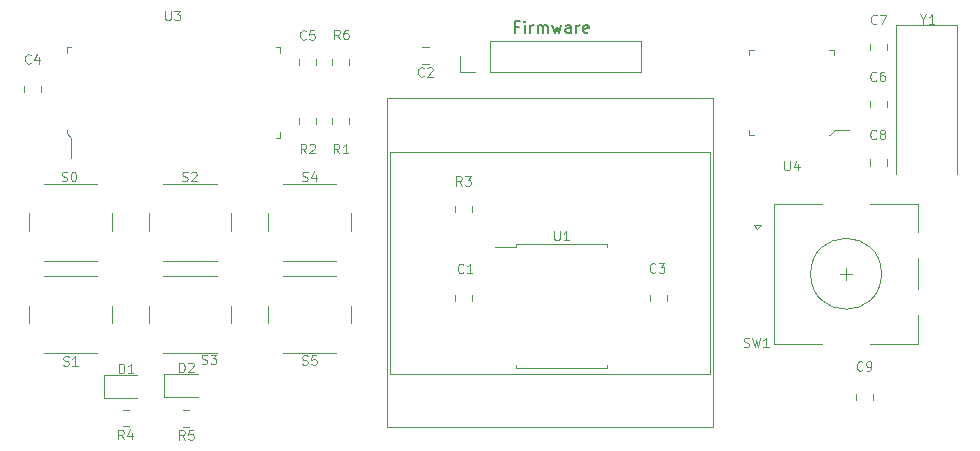
<source format=gbr>
G04 #@! TF.GenerationSoftware,KiCad,Pcbnew,(5.1.7)-1*
G04 #@! TF.CreationDate,2020-11-03T16:32:40+01:00*
G04 #@! TF.ProjectId,Timer,54696d65-722e-46b6-9963-61645f706362,rev?*
G04 #@! TF.SameCoordinates,Original*
G04 #@! TF.FileFunction,Legend,Top*
G04 #@! TF.FilePolarity,Positive*
%FSLAX46Y46*%
G04 Gerber Fmt 4.6, Leading zero omitted, Abs format (unit mm)*
G04 Created by KiCad (PCBNEW (5.1.7)-1) date 2020-11-03 16:32:40*
%MOMM*%
%LPD*%
G01*
G04 APERTURE LIST*
%ADD10C,0.150000*%
%ADD11C,0.100000*%
%ADD12C,0.120000*%
G04 APERTURE END LIST*
D10*
X153170285Y-63276171D02*
X152836952Y-63276171D01*
X152836952Y-63799980D02*
X152836952Y-62799980D01*
X153313142Y-62799980D01*
X153694095Y-63799980D02*
X153694095Y-63133314D01*
X153694095Y-62799980D02*
X153646476Y-62847600D01*
X153694095Y-62895219D01*
X153741714Y-62847600D01*
X153694095Y-62799980D01*
X153694095Y-62895219D01*
X154170285Y-63799980D02*
X154170285Y-63133314D01*
X154170285Y-63323790D02*
X154217904Y-63228552D01*
X154265523Y-63180933D01*
X154360761Y-63133314D01*
X154456000Y-63133314D01*
X154789333Y-63799980D02*
X154789333Y-63133314D01*
X154789333Y-63228552D02*
X154836952Y-63180933D01*
X154932190Y-63133314D01*
X155075047Y-63133314D01*
X155170285Y-63180933D01*
X155217904Y-63276171D01*
X155217904Y-63799980D01*
X155217904Y-63276171D02*
X155265523Y-63180933D01*
X155360761Y-63133314D01*
X155503619Y-63133314D01*
X155598857Y-63180933D01*
X155646476Y-63276171D01*
X155646476Y-63799980D01*
X156027428Y-63133314D02*
X156217904Y-63799980D01*
X156408380Y-63323790D01*
X156598857Y-63799980D01*
X156789333Y-63133314D01*
X157598857Y-63799980D02*
X157598857Y-63276171D01*
X157551238Y-63180933D01*
X157456000Y-63133314D01*
X157265523Y-63133314D01*
X157170285Y-63180933D01*
X157598857Y-63752361D02*
X157503619Y-63799980D01*
X157265523Y-63799980D01*
X157170285Y-63752361D01*
X157122666Y-63657123D01*
X157122666Y-63561885D01*
X157170285Y-63466647D01*
X157265523Y-63419028D01*
X157503619Y-63419028D01*
X157598857Y-63371409D01*
X158075047Y-63799980D02*
X158075047Y-63133314D01*
X158075047Y-63323790D02*
X158122666Y-63228552D01*
X158170285Y-63180933D01*
X158265523Y-63133314D01*
X158360761Y-63133314D01*
X159075047Y-63752361D02*
X158979809Y-63799980D01*
X158789333Y-63799980D01*
X158694095Y-63752361D01*
X158646476Y-63657123D01*
X158646476Y-63276171D01*
X158694095Y-63180933D01*
X158789333Y-63133314D01*
X158979809Y-63133314D01*
X159075047Y-63180933D01*
X159122666Y-63276171D01*
X159122666Y-63371409D01*
X158646476Y-63466647D01*
D11*
X179426000Y-72434000D02*
X179526000Y-72434000D01*
X179526000Y-72434000D02*
X179876000Y-72084000D01*
X179876000Y-72084000D02*
X179876000Y-71984000D01*
X179876000Y-71984000D02*
X181176000Y-71984000D01*
X172676000Y-72434000D02*
X173126000Y-72434000D01*
X172676000Y-72434000D02*
X172676000Y-71984000D01*
X172676000Y-65234000D02*
X172676000Y-65684000D01*
X172676000Y-65234000D02*
X173126000Y-65234000D01*
X179876000Y-65234000D02*
X179426000Y-65234000D01*
X179876000Y-65234000D02*
X179876000Y-65684000D01*
D12*
X156818600Y-92160000D02*
X160678600Y-92160000D01*
X160678600Y-92160000D02*
X160678600Y-91905000D01*
X156818600Y-92160000D02*
X152958600Y-92160000D01*
X152958600Y-92160000D02*
X152958600Y-91905000D01*
X156818600Y-81640000D02*
X160678600Y-81640000D01*
X160678600Y-81640000D02*
X160678600Y-81895000D01*
X156818600Y-81640000D02*
X152958600Y-81640000D01*
X152958600Y-81640000D02*
X152958600Y-81895000D01*
X152958600Y-81895000D02*
X151143600Y-81895000D01*
X181763600Y-94859852D02*
X181763600Y-94337348D01*
X183183600Y-94859852D02*
X183183600Y-94337348D01*
X165703600Y-85988148D02*
X165703600Y-86510652D01*
X164283600Y-85988148D02*
X164283600Y-86510652D01*
X125261252Y-95740000D02*
X124738748Y-95740000D01*
X125261252Y-97160000D02*
X124738748Y-97160000D01*
X120161252Y-95690000D02*
X119638748Y-95690000D01*
X120161252Y-97110000D02*
X119638748Y-97110000D01*
X123140000Y-94610000D02*
X126000000Y-94610000D01*
X123140000Y-92690000D02*
X123140000Y-94610000D01*
X126000000Y-92690000D02*
X123140000Y-92690000D01*
X118040000Y-94710000D02*
X120900000Y-94710000D01*
X118040000Y-92790000D02*
X118040000Y-94710000D01*
X120900000Y-92790000D02*
X118040000Y-92790000D01*
X131968000Y-86902000D02*
X131968000Y-88402000D01*
X133218000Y-90902000D02*
X137718000Y-90902000D01*
X138968000Y-88402000D02*
X138968000Y-86902000D01*
X137718000Y-84402000D02*
X133218000Y-84402000D01*
X121857000Y-86902000D02*
X121857000Y-88402000D01*
X123107000Y-90902000D02*
X127607000Y-90902000D01*
X128857000Y-88402000D02*
X128857000Y-86902000D01*
X127607000Y-84402000D02*
X123107000Y-84402000D01*
X111746000Y-86902000D02*
X111746000Y-88402000D01*
X112996000Y-90902000D02*
X117496000Y-90902000D01*
X118746000Y-88402000D02*
X118746000Y-86902000D01*
X117496000Y-84402000D02*
X112996000Y-84402000D01*
X131968000Y-79080000D02*
X131968000Y-80580000D01*
X133218000Y-83080000D02*
X137718000Y-83080000D01*
X138968000Y-80580000D02*
X138968000Y-79080000D01*
X137718000Y-76580000D02*
X133218000Y-76580000D01*
X121857000Y-79080000D02*
X121857000Y-80580000D01*
X123107000Y-83080000D02*
X127607000Y-83080000D01*
X128857000Y-80580000D02*
X128857000Y-79080000D01*
X127607000Y-76580000D02*
X123107000Y-76580000D01*
X111746000Y-79080000D02*
X111746000Y-80580000D01*
X112996000Y-83080000D02*
X117496000Y-83080000D01*
X118746000Y-80580000D02*
X118746000Y-79080000D01*
X117496000Y-76580000D02*
X112996000Y-76580000D01*
X185156000Y-63150000D02*
X185156000Y-75750000D01*
X190256000Y-63150000D02*
X185156000Y-63150000D01*
X190256000Y-75750000D02*
X190256000Y-63150000D01*
D11*
X115302000Y-72684000D02*
X115302000Y-74384000D01*
X114902000Y-64984000D02*
X114902000Y-65484000D01*
X114902000Y-64984000D02*
X115302000Y-64984000D01*
X133002000Y-64984000D02*
X133002000Y-65484000D01*
X133002000Y-64984000D02*
X132602000Y-64984000D01*
X133002000Y-72684000D02*
X133002000Y-72184000D01*
X133002000Y-72684000D02*
X132602000Y-72684000D01*
X114902000Y-72284000D02*
X114902000Y-72034000D01*
X115302000Y-72684000D02*
X114902000Y-72284000D01*
D12*
X142343600Y-92650000D02*
X169343600Y-92650000D01*
X142043600Y-97150000D02*
X169643600Y-97150000D01*
X169643600Y-69350000D02*
X169643600Y-97150000D01*
X142043600Y-69350000D02*
X169643600Y-69350000D01*
X142043600Y-69350000D02*
X142043600Y-97150000D01*
X142293600Y-73850000D02*
X142293600Y-92650000D01*
X169343600Y-73850000D02*
X169343600Y-92650000D01*
X142343600Y-73850000D02*
X169343600Y-73850000D01*
X183900000Y-84200000D02*
G75*
G03*
X183900000Y-84200000I-3000000J0D01*
G01*
X182900000Y-78300000D02*
X187000000Y-78300000D01*
X187000000Y-90100000D02*
X182900000Y-90100000D01*
X178900000Y-90100000D02*
X174800000Y-90100000D01*
X178900000Y-78300000D02*
X174800000Y-78300000D01*
X174800000Y-78300000D02*
X174800000Y-90100000D01*
X173400000Y-80400000D02*
X173100000Y-80100000D01*
X173100000Y-80100000D02*
X173700000Y-80100000D01*
X173700000Y-80100000D02*
X173400000Y-80400000D01*
X187000000Y-78300000D02*
X187000000Y-80700000D01*
X187000000Y-82900000D02*
X187000000Y-85500000D01*
X187000000Y-87700000D02*
X187000000Y-90100000D01*
X180900000Y-83700000D02*
X180900000Y-84700000D01*
X180400000Y-84200000D02*
X181400000Y-84200000D01*
X138835200Y-66504452D02*
X138835200Y-65981948D01*
X137415200Y-66504452D02*
X137415200Y-65981948D01*
X137415200Y-71011148D02*
X137415200Y-71533652D01*
X138835200Y-71011148D02*
X138835200Y-71533652D01*
X134621200Y-71011148D02*
X134621200Y-71533652D01*
X136041200Y-71011148D02*
X136041200Y-71533652D01*
X149249200Y-78950452D02*
X149249200Y-78427948D01*
X147829200Y-78950452D02*
X147829200Y-78427948D01*
X148174400Y-67116000D02*
X148174400Y-65786000D01*
X149504400Y-67116000D02*
X148174400Y-67116000D01*
X150774400Y-67116000D02*
X150774400Y-64456000D01*
X150774400Y-64456000D02*
X163534400Y-64456000D01*
X150774400Y-67116000D02*
X163534400Y-67116000D01*
X163534400Y-67116000D02*
X163534400Y-64456000D01*
X182932000Y-74516348D02*
X182932000Y-75038852D01*
X184352000Y-74516348D02*
X184352000Y-75038852D01*
X182932000Y-64762748D02*
X182932000Y-65285252D01*
X184352000Y-64762748D02*
X184352000Y-65285252D01*
X184352000Y-70111252D02*
X184352000Y-69588748D01*
X182932000Y-70111252D02*
X182932000Y-69588748D01*
X136041200Y-66504452D02*
X136041200Y-65981948D01*
X134621200Y-66504452D02*
X134621200Y-65981948D01*
X112724000Y-68841252D02*
X112724000Y-68318748D01*
X111304000Y-68841252D02*
X111304000Y-68318748D01*
X147829200Y-85988148D02*
X147829200Y-86510652D01*
X149249200Y-85988148D02*
X149249200Y-86510652D01*
X145549252Y-65025200D02*
X145026748Y-65025200D01*
X145549252Y-66445200D02*
X145026748Y-66445200D01*
D11*
X175666476Y-74645904D02*
X175666476Y-75293523D01*
X175704571Y-75369714D01*
X175742666Y-75407809D01*
X175818857Y-75445904D01*
X175971238Y-75445904D01*
X176047428Y-75407809D01*
X176085523Y-75369714D01*
X176123619Y-75293523D01*
X176123619Y-74645904D01*
X176847428Y-74912571D02*
X176847428Y-75445904D01*
X176656952Y-74607809D02*
X176466476Y-75179238D01*
X176961714Y-75179238D01*
X156184076Y-80561904D02*
X156184076Y-81209523D01*
X156222171Y-81285714D01*
X156260266Y-81323809D01*
X156336457Y-81361904D01*
X156488838Y-81361904D01*
X156565028Y-81323809D01*
X156603123Y-81285714D01*
X156641219Y-81209523D01*
X156641219Y-80561904D01*
X157441219Y-81361904D02*
X156984076Y-81361904D01*
X157212647Y-81361904D02*
X157212647Y-80561904D01*
X157136457Y-80676190D01*
X157060266Y-80752380D01*
X156984076Y-80790476D01*
X182289466Y-92335314D02*
X182251371Y-92373409D01*
X182137085Y-92411504D01*
X182060895Y-92411504D01*
X181946609Y-92373409D01*
X181870419Y-92297219D01*
X181832323Y-92221028D01*
X181794228Y-92068647D01*
X181794228Y-91954361D01*
X181832323Y-91801980D01*
X181870419Y-91725790D01*
X181946609Y-91649600D01*
X182060895Y-91611504D01*
X182137085Y-91611504D01*
X182251371Y-91649600D01*
X182289466Y-91687695D01*
X182670419Y-92411504D02*
X182822800Y-92411504D01*
X182898990Y-92373409D01*
X182937085Y-92335314D01*
X183013276Y-92221028D01*
X183051371Y-92068647D01*
X183051371Y-91763885D01*
X183013276Y-91687695D01*
X182975180Y-91649600D01*
X182898990Y-91611504D01*
X182746609Y-91611504D01*
X182670419Y-91649600D01*
X182632323Y-91687695D01*
X182594228Y-91763885D01*
X182594228Y-91954361D01*
X182632323Y-92030552D01*
X182670419Y-92068647D01*
X182746609Y-92106742D01*
X182898990Y-92106742D01*
X182975180Y-92068647D01*
X183013276Y-92030552D01*
X183051371Y-91954361D01*
X164760266Y-84035114D02*
X164722171Y-84073209D01*
X164607885Y-84111304D01*
X164531695Y-84111304D01*
X164417409Y-84073209D01*
X164341219Y-83997019D01*
X164303123Y-83920828D01*
X164265028Y-83768447D01*
X164265028Y-83654161D01*
X164303123Y-83501780D01*
X164341219Y-83425590D01*
X164417409Y-83349400D01*
X164531695Y-83311304D01*
X164607885Y-83311304D01*
X164722171Y-83349400D01*
X164760266Y-83387495D01*
X165026933Y-83311304D02*
X165522171Y-83311304D01*
X165255504Y-83616066D01*
X165369790Y-83616066D01*
X165445980Y-83654161D01*
X165484076Y-83692257D01*
X165522171Y-83768447D01*
X165522171Y-83958923D01*
X165484076Y-84035114D01*
X165445980Y-84073209D01*
X165369790Y-84111304D01*
X165141219Y-84111304D01*
X165065028Y-84073209D01*
X165026933Y-84035114D01*
X124916666Y-98240104D02*
X124650000Y-97859152D01*
X124459523Y-98240104D02*
X124459523Y-97440104D01*
X124764285Y-97440104D01*
X124840476Y-97478200D01*
X124878571Y-97516295D01*
X124916666Y-97592485D01*
X124916666Y-97706771D01*
X124878571Y-97782961D01*
X124840476Y-97821057D01*
X124764285Y-97859152D01*
X124459523Y-97859152D01*
X125640476Y-97440104D02*
X125259523Y-97440104D01*
X125221428Y-97821057D01*
X125259523Y-97782961D01*
X125335714Y-97744866D01*
X125526190Y-97744866D01*
X125602380Y-97782961D01*
X125640476Y-97821057D01*
X125678571Y-97897247D01*
X125678571Y-98087723D01*
X125640476Y-98163914D01*
X125602380Y-98202009D01*
X125526190Y-98240104D01*
X125335714Y-98240104D01*
X125259523Y-98202009D01*
X125221428Y-98163914D01*
X119754666Y-98202704D02*
X119488000Y-97821752D01*
X119297523Y-98202704D02*
X119297523Y-97402704D01*
X119602285Y-97402704D01*
X119678476Y-97440800D01*
X119716571Y-97478895D01*
X119754666Y-97555085D01*
X119754666Y-97669371D01*
X119716571Y-97745561D01*
X119678476Y-97783657D01*
X119602285Y-97821752D01*
X119297523Y-97821752D01*
X120440380Y-97669371D02*
X120440380Y-98202704D01*
X120249904Y-97364609D02*
X120059428Y-97936038D01*
X120554666Y-97936038D01*
X124459523Y-92513104D02*
X124459523Y-91713104D01*
X124650000Y-91713104D01*
X124764285Y-91751200D01*
X124840476Y-91827390D01*
X124878571Y-91903580D01*
X124916666Y-92055961D01*
X124916666Y-92170247D01*
X124878571Y-92322628D01*
X124840476Y-92398819D01*
X124764285Y-92475009D01*
X124650000Y-92513104D01*
X124459523Y-92513104D01*
X125221428Y-91789295D02*
X125259523Y-91751200D01*
X125335714Y-91713104D01*
X125526190Y-91713104D01*
X125602380Y-91751200D01*
X125640476Y-91789295D01*
X125678571Y-91865485D01*
X125678571Y-91941676D01*
X125640476Y-92055961D01*
X125183333Y-92513104D01*
X125678571Y-92513104D01*
X119348323Y-92614704D02*
X119348323Y-91814704D01*
X119538800Y-91814704D01*
X119653085Y-91852800D01*
X119729276Y-91928990D01*
X119767371Y-92005180D01*
X119805466Y-92157561D01*
X119805466Y-92271847D01*
X119767371Y-92424228D01*
X119729276Y-92500419D01*
X119653085Y-92576609D01*
X119538800Y-92614704D01*
X119348323Y-92614704D01*
X120567371Y-92614704D02*
X120110228Y-92614704D01*
X120338800Y-92614704D02*
X120338800Y-91814704D01*
X120262609Y-91928990D01*
X120186419Y-92005180D01*
X120110228Y-92043276D01*
X134858476Y-91873809D02*
X134972761Y-91911904D01*
X135163238Y-91911904D01*
X135239428Y-91873809D01*
X135277523Y-91835714D01*
X135315619Y-91759523D01*
X135315619Y-91683333D01*
X135277523Y-91607142D01*
X135239428Y-91569047D01*
X135163238Y-91530952D01*
X135010857Y-91492857D01*
X134934666Y-91454761D01*
X134896571Y-91416666D01*
X134858476Y-91340476D01*
X134858476Y-91264285D01*
X134896571Y-91188095D01*
X134934666Y-91150000D01*
X135010857Y-91111904D01*
X135201333Y-91111904D01*
X135315619Y-91150000D01*
X136039428Y-91111904D02*
X135658476Y-91111904D01*
X135620380Y-91492857D01*
X135658476Y-91454761D01*
X135734666Y-91416666D01*
X135925142Y-91416666D01*
X136001333Y-91454761D01*
X136039428Y-91492857D01*
X136077523Y-91569047D01*
X136077523Y-91759523D01*
X136039428Y-91835714D01*
X136001333Y-91873809D01*
X135925142Y-91911904D01*
X135734666Y-91911904D01*
X135658476Y-91873809D01*
X135620380Y-91835714D01*
X126365476Y-91798809D02*
X126479761Y-91836904D01*
X126670238Y-91836904D01*
X126746428Y-91798809D01*
X126784523Y-91760714D01*
X126822619Y-91684523D01*
X126822619Y-91608333D01*
X126784523Y-91532142D01*
X126746428Y-91494047D01*
X126670238Y-91455952D01*
X126517857Y-91417857D01*
X126441666Y-91379761D01*
X126403571Y-91341666D01*
X126365476Y-91265476D01*
X126365476Y-91189285D01*
X126403571Y-91113095D01*
X126441666Y-91075000D01*
X126517857Y-91036904D01*
X126708333Y-91036904D01*
X126822619Y-91075000D01*
X127089285Y-91036904D02*
X127584523Y-91036904D01*
X127317857Y-91341666D01*
X127432142Y-91341666D01*
X127508333Y-91379761D01*
X127546428Y-91417857D01*
X127584523Y-91494047D01*
X127584523Y-91684523D01*
X127546428Y-91760714D01*
X127508333Y-91798809D01*
X127432142Y-91836904D01*
X127203571Y-91836904D01*
X127127380Y-91798809D01*
X127089285Y-91760714D01*
X114636476Y-91923809D02*
X114750761Y-91961904D01*
X114941238Y-91961904D01*
X115017428Y-91923809D01*
X115055523Y-91885714D01*
X115093619Y-91809523D01*
X115093619Y-91733333D01*
X115055523Y-91657142D01*
X115017428Y-91619047D01*
X114941238Y-91580952D01*
X114788857Y-91542857D01*
X114712666Y-91504761D01*
X114674571Y-91466666D01*
X114636476Y-91390476D01*
X114636476Y-91314285D01*
X114674571Y-91238095D01*
X114712666Y-91200000D01*
X114788857Y-91161904D01*
X114979333Y-91161904D01*
X115093619Y-91200000D01*
X115855523Y-91961904D02*
X115398380Y-91961904D01*
X115626952Y-91961904D02*
X115626952Y-91161904D01*
X115550761Y-91276190D01*
X115474571Y-91352380D01*
X115398380Y-91390476D01*
X134858476Y-76323809D02*
X134972761Y-76361904D01*
X135163238Y-76361904D01*
X135239428Y-76323809D01*
X135277523Y-76285714D01*
X135315619Y-76209523D01*
X135315619Y-76133333D01*
X135277523Y-76057142D01*
X135239428Y-76019047D01*
X135163238Y-75980952D01*
X135010857Y-75942857D01*
X134934666Y-75904761D01*
X134896571Y-75866666D01*
X134858476Y-75790476D01*
X134858476Y-75714285D01*
X134896571Y-75638095D01*
X134934666Y-75600000D01*
X135010857Y-75561904D01*
X135201333Y-75561904D01*
X135315619Y-75600000D01*
X136001333Y-75828571D02*
X136001333Y-76361904D01*
X135810857Y-75523809D02*
X135620380Y-76095238D01*
X136115619Y-76095238D01*
X124690476Y-76323809D02*
X124804761Y-76361904D01*
X124995238Y-76361904D01*
X125071428Y-76323809D01*
X125109523Y-76285714D01*
X125147619Y-76209523D01*
X125147619Y-76133333D01*
X125109523Y-76057142D01*
X125071428Y-76019047D01*
X124995238Y-75980952D01*
X124842857Y-75942857D01*
X124766666Y-75904761D01*
X124728571Y-75866666D01*
X124690476Y-75790476D01*
X124690476Y-75714285D01*
X124728571Y-75638095D01*
X124766666Y-75600000D01*
X124842857Y-75561904D01*
X125033333Y-75561904D01*
X125147619Y-75600000D01*
X125452380Y-75638095D02*
X125490476Y-75600000D01*
X125566666Y-75561904D01*
X125757142Y-75561904D01*
X125833333Y-75600000D01*
X125871428Y-75638095D01*
X125909523Y-75714285D01*
X125909523Y-75790476D01*
X125871428Y-75904761D01*
X125414285Y-76361904D01*
X125909523Y-76361904D01*
X114490476Y-76323809D02*
X114604761Y-76361904D01*
X114795238Y-76361904D01*
X114871428Y-76323809D01*
X114909523Y-76285714D01*
X114947619Y-76209523D01*
X114947619Y-76133333D01*
X114909523Y-76057142D01*
X114871428Y-76019047D01*
X114795238Y-75980952D01*
X114642857Y-75942857D01*
X114566666Y-75904761D01*
X114528571Y-75866666D01*
X114490476Y-75790476D01*
X114490476Y-75714285D01*
X114528571Y-75638095D01*
X114566666Y-75600000D01*
X114642857Y-75561904D01*
X114833333Y-75561904D01*
X114947619Y-75600000D01*
X115442857Y-75561904D02*
X115519047Y-75561904D01*
X115595238Y-75600000D01*
X115633333Y-75638095D01*
X115671428Y-75714285D01*
X115709523Y-75866666D01*
X115709523Y-76057142D01*
X115671428Y-76209523D01*
X115633333Y-76285714D01*
X115595238Y-76323809D01*
X115519047Y-76361904D01*
X115442857Y-76361904D01*
X115366666Y-76323809D01*
X115328571Y-76285714D01*
X115290476Y-76209523D01*
X115252380Y-76057142D01*
X115252380Y-75866666D01*
X115290476Y-75714285D01*
X115328571Y-75638095D01*
X115366666Y-75600000D01*
X115442857Y-75561904D01*
X187413047Y-62658952D02*
X187413047Y-63039904D01*
X187146380Y-62239904D02*
X187413047Y-62658952D01*
X187679714Y-62239904D01*
X188365428Y-63039904D02*
X187908285Y-63039904D01*
X188136857Y-63039904D02*
X188136857Y-62239904D01*
X188060666Y-62354190D01*
X187984476Y-62430380D01*
X187908285Y-62468476D01*
X123272476Y-61936904D02*
X123272476Y-62584523D01*
X123310571Y-62660714D01*
X123348666Y-62698809D01*
X123424857Y-62736904D01*
X123577238Y-62736904D01*
X123653428Y-62698809D01*
X123691523Y-62660714D01*
X123729619Y-62584523D01*
X123729619Y-61936904D01*
X124034380Y-61936904D02*
X124529619Y-61936904D01*
X124262952Y-62241666D01*
X124377238Y-62241666D01*
X124453428Y-62279761D01*
X124491523Y-62317857D01*
X124529619Y-62394047D01*
X124529619Y-62584523D01*
X124491523Y-62660714D01*
X124453428Y-62698809D01*
X124377238Y-62736904D01*
X124148666Y-62736904D01*
X124072476Y-62698809D01*
X124034380Y-62660714D01*
X172233333Y-90373809D02*
X172347619Y-90411904D01*
X172538095Y-90411904D01*
X172614285Y-90373809D01*
X172652380Y-90335714D01*
X172690476Y-90259523D01*
X172690476Y-90183333D01*
X172652380Y-90107142D01*
X172614285Y-90069047D01*
X172538095Y-90030952D01*
X172385714Y-89992857D01*
X172309523Y-89954761D01*
X172271428Y-89916666D01*
X172233333Y-89840476D01*
X172233333Y-89764285D01*
X172271428Y-89688095D01*
X172309523Y-89650000D01*
X172385714Y-89611904D01*
X172576190Y-89611904D01*
X172690476Y-89650000D01*
X172957142Y-89611904D02*
X173147619Y-90411904D01*
X173300000Y-89840476D01*
X173452380Y-90411904D01*
X173642857Y-89611904D01*
X174366666Y-90411904D02*
X173909523Y-90411904D01*
X174138095Y-90411904D02*
X174138095Y-89611904D01*
X174061904Y-89726190D01*
X173985714Y-89802380D01*
X173909523Y-89840476D01*
X138042666Y-64319104D02*
X137776000Y-63938152D01*
X137585523Y-64319104D02*
X137585523Y-63519104D01*
X137890285Y-63519104D01*
X137966476Y-63557200D01*
X138004571Y-63595295D01*
X138042666Y-63671485D01*
X138042666Y-63785771D01*
X138004571Y-63861961D01*
X137966476Y-63900057D01*
X137890285Y-63938152D01*
X137585523Y-63938152D01*
X138728380Y-63519104D02*
X138576000Y-63519104D01*
X138499809Y-63557200D01*
X138461714Y-63595295D01*
X138385523Y-63709580D01*
X138347428Y-63861961D01*
X138347428Y-64166723D01*
X138385523Y-64242914D01*
X138423619Y-64281009D01*
X138499809Y-64319104D01*
X138652190Y-64319104D01*
X138728380Y-64281009D01*
X138766476Y-64242914D01*
X138804571Y-64166723D01*
X138804571Y-63976247D01*
X138766476Y-63900057D01*
X138728380Y-63861961D01*
X138652190Y-63823866D01*
X138499809Y-63823866D01*
X138423619Y-63861961D01*
X138385523Y-63900057D01*
X138347428Y-63976247D01*
X137991866Y-74009304D02*
X137725200Y-73628352D01*
X137534723Y-74009304D02*
X137534723Y-73209304D01*
X137839485Y-73209304D01*
X137915676Y-73247400D01*
X137953771Y-73285495D01*
X137991866Y-73361685D01*
X137991866Y-73475971D01*
X137953771Y-73552161D01*
X137915676Y-73590257D01*
X137839485Y-73628352D01*
X137534723Y-73628352D01*
X138753771Y-74009304D02*
X138296628Y-74009304D01*
X138525200Y-74009304D02*
X138525200Y-73209304D01*
X138449009Y-73323590D01*
X138372819Y-73399780D01*
X138296628Y-73437876D01*
X135197866Y-74009304D02*
X134931200Y-73628352D01*
X134740723Y-74009304D02*
X134740723Y-73209304D01*
X135045485Y-73209304D01*
X135121676Y-73247400D01*
X135159771Y-73285495D01*
X135197866Y-73361685D01*
X135197866Y-73475971D01*
X135159771Y-73552161D01*
X135121676Y-73590257D01*
X135045485Y-73628352D01*
X134740723Y-73628352D01*
X135502628Y-73285495D02*
X135540723Y-73247400D01*
X135616914Y-73209304D01*
X135807390Y-73209304D01*
X135883580Y-73247400D01*
X135921676Y-73285495D01*
X135959771Y-73361685D01*
X135959771Y-73437876D01*
X135921676Y-73552161D01*
X135464533Y-74009304D01*
X135959771Y-74009304D01*
X148355866Y-76726104D02*
X148089200Y-76345152D01*
X147898723Y-76726104D02*
X147898723Y-75926104D01*
X148203485Y-75926104D01*
X148279676Y-75964200D01*
X148317771Y-76002295D01*
X148355866Y-76078485D01*
X148355866Y-76192771D01*
X148317771Y-76268961D01*
X148279676Y-76307057D01*
X148203485Y-76345152D01*
X147898723Y-76345152D01*
X148622533Y-75926104D02*
X149117771Y-75926104D01*
X148851104Y-76230866D01*
X148965390Y-76230866D01*
X149041580Y-76268961D01*
X149079676Y-76307057D01*
X149117771Y-76383247D01*
X149117771Y-76573723D01*
X149079676Y-76649914D01*
X149041580Y-76688009D01*
X148965390Y-76726104D01*
X148736819Y-76726104D01*
X148660628Y-76688009D01*
X148622533Y-76649914D01*
X183457866Y-72726514D02*
X183419771Y-72764609D01*
X183305485Y-72802704D01*
X183229295Y-72802704D01*
X183115009Y-72764609D01*
X183038819Y-72688419D01*
X183000723Y-72612228D01*
X182962628Y-72459847D01*
X182962628Y-72345561D01*
X183000723Y-72193180D01*
X183038819Y-72116990D01*
X183115009Y-72040800D01*
X183229295Y-72002704D01*
X183305485Y-72002704D01*
X183419771Y-72040800D01*
X183457866Y-72078895D01*
X183915009Y-72345561D02*
X183838819Y-72307466D01*
X183800723Y-72269371D01*
X183762628Y-72193180D01*
X183762628Y-72155085D01*
X183800723Y-72078895D01*
X183838819Y-72040800D01*
X183915009Y-72002704D01*
X184067390Y-72002704D01*
X184143580Y-72040800D01*
X184181676Y-72078895D01*
X184219771Y-72155085D01*
X184219771Y-72193180D01*
X184181676Y-72269371D01*
X184143580Y-72307466D01*
X184067390Y-72345561D01*
X183915009Y-72345561D01*
X183838819Y-72383657D01*
X183800723Y-72421752D01*
X183762628Y-72497942D01*
X183762628Y-72650323D01*
X183800723Y-72726514D01*
X183838819Y-72764609D01*
X183915009Y-72802704D01*
X184067390Y-72802704D01*
X184143580Y-72764609D01*
X184181676Y-72726514D01*
X184219771Y-72650323D01*
X184219771Y-72497942D01*
X184181676Y-72421752D01*
X184143580Y-72383657D01*
X184067390Y-72345561D01*
X183508666Y-62972914D02*
X183470571Y-63011009D01*
X183356285Y-63049104D01*
X183280095Y-63049104D01*
X183165809Y-63011009D01*
X183089619Y-62934819D01*
X183051523Y-62858628D01*
X183013428Y-62706247D01*
X183013428Y-62591961D01*
X183051523Y-62439580D01*
X183089619Y-62363390D01*
X183165809Y-62287200D01*
X183280095Y-62249104D01*
X183356285Y-62249104D01*
X183470571Y-62287200D01*
X183508666Y-62325295D01*
X183775333Y-62249104D02*
X184308666Y-62249104D01*
X183965809Y-63049104D01*
X183457866Y-67798914D02*
X183419771Y-67837009D01*
X183305485Y-67875104D01*
X183229295Y-67875104D01*
X183115009Y-67837009D01*
X183038819Y-67760819D01*
X183000723Y-67684628D01*
X182962628Y-67532247D01*
X182962628Y-67417961D01*
X183000723Y-67265580D01*
X183038819Y-67189390D01*
X183115009Y-67113200D01*
X183229295Y-67075104D01*
X183305485Y-67075104D01*
X183419771Y-67113200D01*
X183457866Y-67151295D01*
X184143580Y-67075104D02*
X183991200Y-67075104D01*
X183915009Y-67113200D01*
X183876914Y-67151295D01*
X183800723Y-67265580D01*
X183762628Y-67417961D01*
X183762628Y-67722723D01*
X183800723Y-67798914D01*
X183838819Y-67837009D01*
X183915009Y-67875104D01*
X184067390Y-67875104D01*
X184143580Y-67837009D01*
X184181676Y-67798914D01*
X184219771Y-67722723D01*
X184219771Y-67532247D01*
X184181676Y-67456057D01*
X184143580Y-67417961D01*
X184067390Y-67379866D01*
X183915009Y-67379866D01*
X183838819Y-67417961D01*
X183800723Y-67456057D01*
X183762628Y-67532247D01*
X135147066Y-64293714D02*
X135108971Y-64331809D01*
X134994685Y-64369904D01*
X134918495Y-64369904D01*
X134804209Y-64331809D01*
X134728019Y-64255619D01*
X134689923Y-64179428D01*
X134651828Y-64027047D01*
X134651828Y-63912761D01*
X134689923Y-63760380D01*
X134728019Y-63684190D01*
X134804209Y-63608000D01*
X134918495Y-63569904D01*
X134994685Y-63569904D01*
X135108971Y-63608000D01*
X135147066Y-63646095D01*
X135870876Y-63569904D02*
X135489923Y-63569904D01*
X135451828Y-63950857D01*
X135489923Y-63912761D01*
X135566114Y-63874666D01*
X135756590Y-63874666D01*
X135832780Y-63912761D01*
X135870876Y-63950857D01*
X135908971Y-64027047D01*
X135908971Y-64217523D01*
X135870876Y-64293714D01*
X135832780Y-64331809D01*
X135756590Y-64369904D01*
X135566114Y-64369904D01*
X135489923Y-64331809D01*
X135451828Y-64293714D01*
X111880666Y-66325714D02*
X111842571Y-66363809D01*
X111728285Y-66401904D01*
X111652095Y-66401904D01*
X111537809Y-66363809D01*
X111461619Y-66287619D01*
X111423523Y-66211428D01*
X111385428Y-66059047D01*
X111385428Y-65944761D01*
X111423523Y-65792380D01*
X111461619Y-65716190D01*
X111537809Y-65640000D01*
X111652095Y-65601904D01*
X111728285Y-65601904D01*
X111842571Y-65640000D01*
X111880666Y-65678095D01*
X112566380Y-65868571D02*
X112566380Y-66401904D01*
X112375904Y-65563809D02*
X112185428Y-66135238D01*
X112680666Y-66135238D01*
X148505866Y-84060114D02*
X148467771Y-84098209D01*
X148353485Y-84136304D01*
X148277295Y-84136304D01*
X148163009Y-84098209D01*
X148086819Y-84022019D01*
X148048723Y-83945828D01*
X148010628Y-83793447D01*
X148010628Y-83679161D01*
X148048723Y-83526780D01*
X148086819Y-83450590D01*
X148163009Y-83374400D01*
X148277295Y-83336304D01*
X148353485Y-83336304D01*
X148467771Y-83374400D01*
X148505866Y-83412495D01*
X149267771Y-84136304D02*
X148810628Y-84136304D01*
X149039200Y-84136304D02*
X149039200Y-83336304D01*
X148963009Y-83450590D01*
X148886819Y-83526780D01*
X148810628Y-83564876D01*
X145154666Y-67432914D02*
X145116571Y-67471009D01*
X145002285Y-67509104D01*
X144926095Y-67509104D01*
X144811809Y-67471009D01*
X144735619Y-67394819D01*
X144697523Y-67318628D01*
X144659428Y-67166247D01*
X144659428Y-67051961D01*
X144697523Y-66899580D01*
X144735619Y-66823390D01*
X144811809Y-66747200D01*
X144926095Y-66709104D01*
X145002285Y-66709104D01*
X145116571Y-66747200D01*
X145154666Y-66785295D01*
X145459428Y-66785295D02*
X145497523Y-66747200D01*
X145573714Y-66709104D01*
X145764190Y-66709104D01*
X145840380Y-66747200D01*
X145878476Y-66785295D01*
X145916571Y-66861485D01*
X145916571Y-66937676D01*
X145878476Y-67051961D01*
X145421333Y-67509104D01*
X145916571Y-67509104D01*
M02*

</source>
